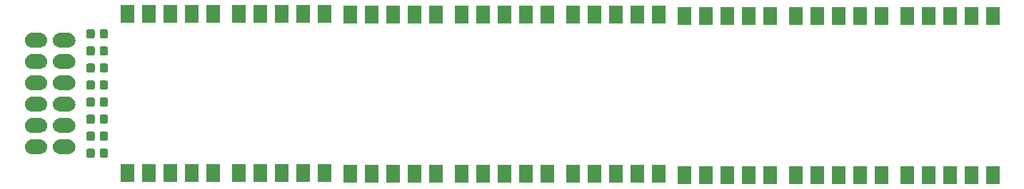
<source format=gts>
G04 #@! TF.GenerationSoftware,KiCad,Pcbnew,5.1.4+dfsg1-1*
G04 #@! TF.CreationDate,2019-11-19T11:58:45-08:00*
G04 #@! TF.ProjectId,pmod-7-segment-v3,706d6f64-2d37-42d7-9365-676d656e742d,rev?*
G04 #@! TF.SameCoordinates,PX1f7d860PY56b8320*
G04 #@! TF.FileFunction,Soldermask,Top*
G04 #@! TF.FilePolarity,Negative*
%FSLAX46Y46*%
G04 Gerber Fmt 4.6, Leading zero omitted, Abs format (unit mm)*
G04 Created by KiCad (PCBNEW 5.1.4+dfsg1-1) date 2019-11-19 11:58:45*
%MOMM*%
%LPD*%
G04 APERTURE LIST*
%ADD10C,0.100000*%
G04 APERTURE END LIST*
D10*
G36*
X116117000Y-21462999D02*
G01*
X114515000Y-21462999D01*
X114515000Y-19360999D01*
X116117000Y-19360999D01*
X116117000Y-21462999D01*
X116117000Y-21462999D01*
G37*
G36*
X95289000Y-21462999D02*
G01*
X93687000Y-21462999D01*
X93687000Y-19360999D01*
X95289000Y-19360999D01*
X95289000Y-21462999D01*
X95289000Y-21462999D01*
G37*
G36*
X108497000Y-21462999D02*
G01*
X106895000Y-21462999D01*
X106895000Y-19360999D01*
X108497000Y-19360999D01*
X108497000Y-21462999D01*
X108497000Y-21462999D01*
G37*
G36*
X105957000Y-21462999D02*
G01*
X104355000Y-21462999D01*
X104355000Y-19360999D01*
X105957000Y-19360999D01*
X105957000Y-21462999D01*
X105957000Y-21462999D01*
G37*
G36*
X111037000Y-21462999D02*
G01*
X109435000Y-21462999D01*
X109435000Y-19360999D01*
X111037000Y-19360999D01*
X111037000Y-21462999D01*
X111037000Y-21462999D01*
G37*
G36*
X102909000Y-21462999D02*
G01*
X101307000Y-21462999D01*
X101307000Y-19360999D01*
X102909000Y-19360999D01*
X102909000Y-21462999D01*
X102909000Y-21462999D01*
G37*
G36*
X100369000Y-21462999D02*
G01*
X98767000Y-21462999D01*
X98767000Y-19360999D01*
X100369000Y-19360999D01*
X100369000Y-21462999D01*
X100369000Y-21462999D01*
G37*
G36*
X113577000Y-21462999D02*
G01*
X111975000Y-21462999D01*
X111975000Y-19360999D01*
X113577000Y-19360999D01*
X113577000Y-21462999D01*
X113577000Y-21462999D01*
G37*
G36*
X97829000Y-21462999D02*
G01*
X96227000Y-21462999D01*
X96227000Y-19360999D01*
X97829000Y-19360999D01*
X97829000Y-21462999D01*
X97829000Y-21462999D01*
G37*
G36*
X89747000Y-21462999D02*
G01*
X88145000Y-21462999D01*
X88145000Y-19360999D01*
X89747000Y-19360999D01*
X89747000Y-21462999D01*
X89747000Y-21462999D01*
G37*
G36*
X87207000Y-21462999D02*
G01*
X85605000Y-21462999D01*
X85605000Y-19360999D01*
X87207000Y-19360999D01*
X87207000Y-21462999D01*
X87207000Y-21462999D01*
G37*
G36*
X82127000Y-21462999D02*
G01*
X80525000Y-21462999D01*
X80525000Y-19360999D01*
X82127000Y-19360999D01*
X82127000Y-21462999D01*
X82127000Y-21462999D01*
G37*
G36*
X79587000Y-21462999D02*
G01*
X77985000Y-21462999D01*
X77985000Y-19360999D01*
X79587000Y-19360999D01*
X79587000Y-21462999D01*
X79587000Y-21462999D01*
G37*
G36*
X84667000Y-21462999D02*
G01*
X83065000Y-21462999D01*
X83065000Y-19360999D01*
X84667000Y-19360999D01*
X84667000Y-21462999D01*
X84667000Y-21462999D01*
G37*
G36*
X92749000Y-21462999D02*
G01*
X91147000Y-21462999D01*
X91147000Y-19360999D01*
X92749000Y-19360999D01*
X92749000Y-21462999D01*
X92749000Y-21462999D01*
G37*
G36*
X71413000Y-21306999D02*
G01*
X69811000Y-21306999D01*
X69811000Y-19204999D01*
X71413000Y-19204999D01*
X71413000Y-21306999D01*
X71413000Y-21306999D01*
G37*
G36*
X39963000Y-21306999D02*
G01*
X38361000Y-21306999D01*
X38361000Y-19204999D01*
X39963000Y-19204999D01*
X39963000Y-21306999D01*
X39963000Y-21306999D01*
G37*
G36*
X45043000Y-21306999D02*
G01*
X43441000Y-21306999D01*
X43441000Y-19204999D01*
X45043000Y-19204999D01*
X45043000Y-21306999D01*
X45043000Y-21306999D01*
G37*
G36*
X47583000Y-21306999D02*
G01*
X45981000Y-21306999D01*
X45981000Y-19204999D01*
X47583000Y-19204999D01*
X47583000Y-21306999D01*
X47583000Y-21306999D01*
G37*
G36*
X42503000Y-21306999D02*
G01*
X40901000Y-21306999D01*
X40901000Y-19204999D01*
X42503000Y-19204999D01*
X42503000Y-21306999D01*
X42503000Y-21306999D01*
G37*
G36*
X76493000Y-21306999D02*
G01*
X74891000Y-21306999D01*
X74891000Y-19204999D01*
X76493000Y-19204999D01*
X76493000Y-21306999D01*
X76493000Y-21306999D01*
G37*
G36*
X73953000Y-21306999D02*
G01*
X72351000Y-21306999D01*
X72351000Y-19204999D01*
X73953000Y-19204999D01*
X73953000Y-21306999D01*
X73953000Y-21306999D01*
G37*
G36*
X68873000Y-21306999D02*
G01*
X67271000Y-21306999D01*
X67271000Y-19204999D01*
X68873000Y-19204999D01*
X68873000Y-21306999D01*
X68873000Y-21306999D01*
G37*
G36*
X66333000Y-21306999D02*
G01*
X64731000Y-21306999D01*
X64731000Y-19204999D01*
X66333000Y-19204999D01*
X66333000Y-21306999D01*
X66333000Y-21306999D01*
G37*
G36*
X63285000Y-21306999D02*
G01*
X61683000Y-21306999D01*
X61683000Y-19204999D01*
X63285000Y-19204999D01*
X63285000Y-21306999D01*
X63285000Y-21306999D01*
G37*
G36*
X60745000Y-21306999D02*
G01*
X59143000Y-21306999D01*
X59143000Y-19204999D01*
X60745000Y-19204999D01*
X60745000Y-21306999D01*
X60745000Y-21306999D01*
G37*
G36*
X55665000Y-21306999D02*
G01*
X54063000Y-21306999D01*
X54063000Y-19204999D01*
X55665000Y-19204999D01*
X55665000Y-21306999D01*
X55665000Y-21306999D01*
G37*
G36*
X53125000Y-21306999D02*
G01*
X51523000Y-21306999D01*
X51523000Y-19204999D01*
X53125000Y-19204999D01*
X53125000Y-21306999D01*
X53125000Y-21306999D01*
G37*
G36*
X58205000Y-21306999D02*
G01*
X56603000Y-21306999D01*
X56603000Y-19204999D01*
X58205000Y-19204999D01*
X58205000Y-21306999D01*
X58205000Y-21306999D01*
G37*
G36*
X50123000Y-21306999D02*
G01*
X48521000Y-21306999D01*
X48521000Y-19204999D01*
X50123000Y-19204999D01*
X50123000Y-21306999D01*
X50123000Y-21306999D01*
G37*
G36*
X16041000Y-21219000D02*
G01*
X14439000Y-21219000D01*
X14439000Y-19117000D01*
X16041000Y-19117000D01*
X16041000Y-21219000D01*
X16041000Y-21219000D01*
G37*
G36*
X18581000Y-21219000D02*
G01*
X16979000Y-21219000D01*
X16979000Y-19117000D01*
X18581000Y-19117000D01*
X18581000Y-21219000D01*
X18581000Y-21219000D01*
G37*
G36*
X36869000Y-21219000D02*
G01*
X35267000Y-21219000D01*
X35267000Y-19117000D01*
X36869000Y-19117000D01*
X36869000Y-21219000D01*
X36869000Y-21219000D01*
G37*
G36*
X34329000Y-21219000D02*
G01*
X32727000Y-21219000D01*
X32727000Y-19117000D01*
X34329000Y-19117000D01*
X34329000Y-21219000D01*
X34329000Y-21219000D01*
G37*
G36*
X29249000Y-21219000D02*
G01*
X27647000Y-21219000D01*
X27647000Y-19117000D01*
X29249000Y-19117000D01*
X29249000Y-21219000D01*
X29249000Y-21219000D01*
G37*
G36*
X31789000Y-21219000D02*
G01*
X30187000Y-21219000D01*
X30187000Y-19117000D01*
X31789000Y-19117000D01*
X31789000Y-21219000D01*
X31789000Y-21219000D01*
G37*
G36*
X23661000Y-21219000D02*
G01*
X22059000Y-21219000D01*
X22059000Y-19117000D01*
X23661000Y-19117000D01*
X23661000Y-21219000D01*
X23661000Y-21219000D01*
G37*
G36*
X21121000Y-21219000D02*
G01*
X19519000Y-21219000D01*
X19519000Y-19117000D01*
X21121000Y-19117000D01*
X21121000Y-21219000D01*
X21121000Y-21219000D01*
G37*
G36*
X13501000Y-21219000D02*
G01*
X11899000Y-21219000D01*
X11899000Y-19117000D01*
X13501000Y-19117000D01*
X13501000Y-21219000D01*
X13501000Y-21219000D01*
G37*
G36*
X26709000Y-21219000D02*
G01*
X25107000Y-21219000D01*
X25107000Y-19117000D01*
X26709000Y-19117000D01*
X26709000Y-21219000D01*
X26709000Y-21219000D01*
G37*
G36*
X10273591Y-17258085D02*
G01*
X10307569Y-17268393D01*
X10338890Y-17285134D01*
X10366339Y-17307661D01*
X10388866Y-17335110D01*
X10405607Y-17366431D01*
X10415915Y-17400409D01*
X10420000Y-17441890D01*
X10420000Y-18118110D01*
X10415915Y-18159591D01*
X10405607Y-18193569D01*
X10388866Y-18224890D01*
X10366339Y-18252339D01*
X10338890Y-18274866D01*
X10307569Y-18291607D01*
X10273591Y-18301915D01*
X10232110Y-18306000D01*
X9630890Y-18306000D01*
X9589409Y-18301915D01*
X9555431Y-18291607D01*
X9524110Y-18274866D01*
X9496661Y-18252339D01*
X9474134Y-18224890D01*
X9457393Y-18193569D01*
X9447085Y-18159591D01*
X9443000Y-18118110D01*
X9443000Y-17441890D01*
X9447085Y-17400409D01*
X9457393Y-17366431D01*
X9474134Y-17335110D01*
X9496661Y-17307661D01*
X9524110Y-17285134D01*
X9555431Y-17268393D01*
X9589409Y-17258085D01*
X9630890Y-17254000D01*
X10232110Y-17254000D01*
X10273591Y-17258085D01*
X10273591Y-17258085D01*
G37*
G36*
X8698591Y-17258085D02*
G01*
X8732569Y-17268393D01*
X8763890Y-17285134D01*
X8791339Y-17307661D01*
X8813866Y-17335110D01*
X8830607Y-17366431D01*
X8840915Y-17400409D01*
X8845000Y-17441890D01*
X8845000Y-18118110D01*
X8840915Y-18159591D01*
X8830607Y-18193569D01*
X8813866Y-18224890D01*
X8791339Y-18252339D01*
X8763890Y-18274866D01*
X8732569Y-18291607D01*
X8698591Y-18301915D01*
X8657110Y-18306000D01*
X8055890Y-18306000D01*
X8014409Y-18301915D01*
X7980431Y-18291607D01*
X7949110Y-18274866D01*
X7921661Y-18252339D01*
X7899134Y-18224890D01*
X7882393Y-18193569D01*
X7872085Y-18159591D01*
X7868000Y-18118110D01*
X7868000Y-17441890D01*
X7872085Y-17400409D01*
X7882393Y-17366431D01*
X7899134Y-17335110D01*
X7921661Y-17307661D01*
X7949110Y-17285134D01*
X7980431Y-17268393D01*
X8014409Y-17258085D01*
X8055890Y-17254000D01*
X8657110Y-17254000D01*
X8698591Y-17258085D01*
X8698591Y-17258085D01*
G37*
G36*
X5753412Y-16123220D02*
G01*
X5822627Y-16130037D01*
X5992466Y-16181557D01*
X6148991Y-16265222D01*
X6184729Y-16294552D01*
X6286186Y-16377814D01*
X6369448Y-16479271D01*
X6398778Y-16515009D01*
X6482443Y-16671534D01*
X6533963Y-16841373D01*
X6551359Y-17018000D01*
X6533963Y-17194627D01*
X6482443Y-17364466D01*
X6398778Y-17520991D01*
X6369448Y-17556729D01*
X6286186Y-17658186D01*
X6184729Y-17741448D01*
X6148991Y-17770778D01*
X5992466Y-17854443D01*
X5822627Y-17905963D01*
X5756442Y-17912482D01*
X5690260Y-17919000D01*
X4761740Y-17919000D01*
X4695558Y-17912482D01*
X4629373Y-17905963D01*
X4459534Y-17854443D01*
X4303009Y-17770778D01*
X4267271Y-17741448D01*
X4165814Y-17658186D01*
X4082552Y-17556729D01*
X4053222Y-17520991D01*
X3969557Y-17364466D01*
X3918037Y-17194627D01*
X3900641Y-17018000D01*
X3918037Y-16841373D01*
X3969557Y-16671534D01*
X4053222Y-16515009D01*
X4082552Y-16479271D01*
X4165814Y-16377814D01*
X4267271Y-16294552D01*
X4303009Y-16265222D01*
X4459534Y-16181557D01*
X4629373Y-16130037D01*
X4698588Y-16123220D01*
X4761740Y-16117000D01*
X5690260Y-16117000D01*
X5753412Y-16123220D01*
X5753412Y-16123220D01*
G37*
G36*
X2413412Y-16123220D02*
G01*
X2482627Y-16130037D01*
X2652466Y-16181557D01*
X2808991Y-16265222D01*
X2844729Y-16294552D01*
X2946186Y-16377814D01*
X3029448Y-16479271D01*
X3058778Y-16515009D01*
X3142443Y-16671534D01*
X3193963Y-16841373D01*
X3211359Y-17018000D01*
X3193963Y-17194627D01*
X3142443Y-17364466D01*
X3058778Y-17520991D01*
X3029448Y-17556729D01*
X2946186Y-17658186D01*
X2844729Y-17741448D01*
X2808991Y-17770778D01*
X2652466Y-17854443D01*
X2482627Y-17905963D01*
X2416442Y-17912482D01*
X2350260Y-17919000D01*
X1421740Y-17919000D01*
X1355558Y-17912482D01*
X1289373Y-17905963D01*
X1119534Y-17854443D01*
X963009Y-17770778D01*
X927271Y-17741448D01*
X825814Y-17658186D01*
X742552Y-17556729D01*
X713222Y-17520991D01*
X629557Y-17364466D01*
X578037Y-17194627D01*
X560641Y-17018000D01*
X578037Y-16841373D01*
X629557Y-16671534D01*
X713222Y-16515009D01*
X742552Y-16479271D01*
X825814Y-16377814D01*
X927271Y-16294552D01*
X963009Y-16265222D01*
X1119534Y-16181557D01*
X1289373Y-16130037D01*
X1358588Y-16123220D01*
X1421740Y-16117000D01*
X2350260Y-16117000D01*
X2413412Y-16123220D01*
X2413412Y-16123220D01*
G37*
G36*
X8698591Y-15226085D02*
G01*
X8732569Y-15236393D01*
X8763890Y-15253134D01*
X8791339Y-15275661D01*
X8813866Y-15303110D01*
X8830607Y-15334431D01*
X8840915Y-15368409D01*
X8845000Y-15409890D01*
X8845000Y-16086110D01*
X8840915Y-16127591D01*
X8830607Y-16161569D01*
X8813866Y-16192890D01*
X8791339Y-16220339D01*
X8763890Y-16242866D01*
X8732569Y-16259607D01*
X8698591Y-16269915D01*
X8657110Y-16274000D01*
X8055890Y-16274000D01*
X8014409Y-16269915D01*
X7980431Y-16259607D01*
X7949110Y-16242866D01*
X7921661Y-16220339D01*
X7899134Y-16192890D01*
X7882393Y-16161569D01*
X7872085Y-16127591D01*
X7868000Y-16086110D01*
X7868000Y-15409890D01*
X7872085Y-15368409D01*
X7882393Y-15334431D01*
X7899134Y-15303110D01*
X7921661Y-15275661D01*
X7949110Y-15253134D01*
X7980431Y-15236393D01*
X8014409Y-15226085D01*
X8055890Y-15222000D01*
X8657110Y-15222000D01*
X8698591Y-15226085D01*
X8698591Y-15226085D01*
G37*
G36*
X10273591Y-15226085D02*
G01*
X10307569Y-15236393D01*
X10338890Y-15253134D01*
X10366339Y-15275661D01*
X10388866Y-15303110D01*
X10405607Y-15334431D01*
X10415915Y-15368409D01*
X10420000Y-15409890D01*
X10420000Y-16086110D01*
X10415915Y-16127591D01*
X10405607Y-16161569D01*
X10388866Y-16192890D01*
X10366339Y-16220339D01*
X10338890Y-16242866D01*
X10307569Y-16259607D01*
X10273591Y-16269915D01*
X10232110Y-16274000D01*
X9630890Y-16274000D01*
X9589409Y-16269915D01*
X9555431Y-16259607D01*
X9524110Y-16242866D01*
X9496661Y-16220339D01*
X9474134Y-16192890D01*
X9457393Y-16161569D01*
X9447085Y-16127591D01*
X9443000Y-16086110D01*
X9443000Y-15409890D01*
X9447085Y-15368409D01*
X9457393Y-15334431D01*
X9474134Y-15303110D01*
X9496661Y-15275661D01*
X9524110Y-15253134D01*
X9555431Y-15236393D01*
X9589409Y-15226085D01*
X9630890Y-15222000D01*
X10232110Y-15222000D01*
X10273591Y-15226085D01*
X10273591Y-15226085D01*
G37*
G36*
X5756443Y-13583519D02*
G01*
X5822627Y-13590037D01*
X5992466Y-13641557D01*
X6148991Y-13725222D01*
X6184729Y-13754552D01*
X6286186Y-13837814D01*
X6369448Y-13939271D01*
X6398778Y-13975009D01*
X6482443Y-14131534D01*
X6533963Y-14301373D01*
X6551359Y-14478000D01*
X6533963Y-14654627D01*
X6482443Y-14824466D01*
X6398778Y-14980991D01*
X6369448Y-15016729D01*
X6286186Y-15118186D01*
X6184729Y-15201448D01*
X6148991Y-15230778D01*
X5992466Y-15314443D01*
X5822627Y-15365963D01*
X5756442Y-15372482D01*
X5690260Y-15379000D01*
X4761740Y-15379000D01*
X4695558Y-15372482D01*
X4629373Y-15365963D01*
X4459534Y-15314443D01*
X4303009Y-15230778D01*
X4267271Y-15201448D01*
X4165814Y-15118186D01*
X4082552Y-15016729D01*
X4053222Y-14980991D01*
X3969557Y-14824466D01*
X3918037Y-14654627D01*
X3900641Y-14478000D01*
X3918037Y-14301373D01*
X3969557Y-14131534D01*
X4053222Y-13975009D01*
X4082552Y-13939271D01*
X4165814Y-13837814D01*
X4267271Y-13754552D01*
X4303009Y-13725222D01*
X4459534Y-13641557D01*
X4629373Y-13590037D01*
X4695557Y-13583519D01*
X4761740Y-13577000D01*
X5690260Y-13577000D01*
X5756443Y-13583519D01*
X5756443Y-13583519D01*
G37*
G36*
X2416443Y-13583519D02*
G01*
X2482627Y-13590037D01*
X2652466Y-13641557D01*
X2808991Y-13725222D01*
X2844729Y-13754552D01*
X2946186Y-13837814D01*
X3029448Y-13939271D01*
X3058778Y-13975009D01*
X3142443Y-14131534D01*
X3193963Y-14301373D01*
X3211359Y-14478000D01*
X3193963Y-14654627D01*
X3142443Y-14824466D01*
X3058778Y-14980991D01*
X3029448Y-15016729D01*
X2946186Y-15118186D01*
X2844729Y-15201448D01*
X2808991Y-15230778D01*
X2652466Y-15314443D01*
X2482627Y-15365963D01*
X2416442Y-15372482D01*
X2350260Y-15379000D01*
X1421740Y-15379000D01*
X1355558Y-15372482D01*
X1289373Y-15365963D01*
X1119534Y-15314443D01*
X963009Y-15230778D01*
X927271Y-15201448D01*
X825814Y-15118186D01*
X742552Y-15016729D01*
X713222Y-14980991D01*
X629557Y-14824466D01*
X578037Y-14654627D01*
X560641Y-14478000D01*
X578037Y-14301373D01*
X629557Y-14131534D01*
X713222Y-13975009D01*
X742552Y-13939271D01*
X825814Y-13837814D01*
X927271Y-13754552D01*
X963009Y-13725222D01*
X1119534Y-13641557D01*
X1289373Y-13590037D01*
X1355557Y-13583519D01*
X1421740Y-13577000D01*
X2350260Y-13577000D01*
X2416443Y-13583519D01*
X2416443Y-13583519D01*
G37*
G36*
X8698591Y-13194085D02*
G01*
X8732569Y-13204393D01*
X8763890Y-13221134D01*
X8791339Y-13243661D01*
X8813866Y-13271110D01*
X8830607Y-13302431D01*
X8840915Y-13336409D01*
X8845000Y-13377890D01*
X8845000Y-14054110D01*
X8840915Y-14095591D01*
X8830607Y-14129569D01*
X8813866Y-14160890D01*
X8791339Y-14188339D01*
X8763890Y-14210866D01*
X8732569Y-14227607D01*
X8698591Y-14237915D01*
X8657110Y-14242000D01*
X8055890Y-14242000D01*
X8014409Y-14237915D01*
X7980431Y-14227607D01*
X7949110Y-14210866D01*
X7921661Y-14188339D01*
X7899134Y-14160890D01*
X7882393Y-14129569D01*
X7872085Y-14095591D01*
X7868000Y-14054110D01*
X7868000Y-13377890D01*
X7872085Y-13336409D01*
X7882393Y-13302431D01*
X7899134Y-13271110D01*
X7921661Y-13243661D01*
X7949110Y-13221134D01*
X7980431Y-13204393D01*
X8014409Y-13194085D01*
X8055890Y-13190000D01*
X8657110Y-13190000D01*
X8698591Y-13194085D01*
X8698591Y-13194085D01*
G37*
G36*
X10273591Y-13194085D02*
G01*
X10307569Y-13204393D01*
X10338890Y-13221134D01*
X10366339Y-13243661D01*
X10388866Y-13271110D01*
X10405607Y-13302431D01*
X10415915Y-13336409D01*
X10420000Y-13377890D01*
X10420000Y-14054110D01*
X10415915Y-14095591D01*
X10405607Y-14129569D01*
X10388866Y-14160890D01*
X10366339Y-14188339D01*
X10338890Y-14210866D01*
X10307569Y-14227607D01*
X10273591Y-14237915D01*
X10232110Y-14242000D01*
X9630890Y-14242000D01*
X9589409Y-14237915D01*
X9555431Y-14227607D01*
X9524110Y-14210866D01*
X9496661Y-14188339D01*
X9474134Y-14160890D01*
X9457393Y-14129569D01*
X9447085Y-14095591D01*
X9443000Y-14054110D01*
X9443000Y-13377890D01*
X9447085Y-13336409D01*
X9457393Y-13302431D01*
X9474134Y-13271110D01*
X9496661Y-13243661D01*
X9524110Y-13221134D01*
X9555431Y-13204393D01*
X9589409Y-13194085D01*
X9630890Y-13190000D01*
X10232110Y-13190000D01*
X10273591Y-13194085D01*
X10273591Y-13194085D01*
G37*
G36*
X5756442Y-11043518D02*
G01*
X5822627Y-11050037D01*
X5992466Y-11101557D01*
X6148991Y-11185222D01*
X6165979Y-11199164D01*
X6286186Y-11297814D01*
X6369448Y-11399271D01*
X6398778Y-11435009D01*
X6482443Y-11591534D01*
X6533963Y-11761373D01*
X6551359Y-11938000D01*
X6533963Y-12114627D01*
X6482443Y-12284466D01*
X6398778Y-12440991D01*
X6369448Y-12476729D01*
X6286186Y-12578186D01*
X6184729Y-12661448D01*
X6148991Y-12690778D01*
X5992466Y-12774443D01*
X5822627Y-12825963D01*
X5756443Y-12832481D01*
X5690260Y-12839000D01*
X4761740Y-12839000D01*
X4695557Y-12832481D01*
X4629373Y-12825963D01*
X4459534Y-12774443D01*
X4303009Y-12690778D01*
X4267271Y-12661448D01*
X4165814Y-12578186D01*
X4082552Y-12476729D01*
X4053222Y-12440991D01*
X3969557Y-12284466D01*
X3918037Y-12114627D01*
X3900641Y-11938000D01*
X3918037Y-11761373D01*
X3969557Y-11591534D01*
X4053222Y-11435009D01*
X4082552Y-11399271D01*
X4165814Y-11297814D01*
X4286021Y-11199164D01*
X4303009Y-11185222D01*
X4459534Y-11101557D01*
X4629373Y-11050037D01*
X4695558Y-11043518D01*
X4761740Y-11037000D01*
X5690260Y-11037000D01*
X5756442Y-11043518D01*
X5756442Y-11043518D01*
G37*
G36*
X2416442Y-11043518D02*
G01*
X2482627Y-11050037D01*
X2652466Y-11101557D01*
X2808991Y-11185222D01*
X2825979Y-11199164D01*
X2946186Y-11297814D01*
X3029448Y-11399271D01*
X3058778Y-11435009D01*
X3142443Y-11591534D01*
X3193963Y-11761373D01*
X3211359Y-11938000D01*
X3193963Y-12114627D01*
X3142443Y-12284466D01*
X3058778Y-12440991D01*
X3029448Y-12476729D01*
X2946186Y-12578186D01*
X2844729Y-12661448D01*
X2808991Y-12690778D01*
X2652466Y-12774443D01*
X2482627Y-12825963D01*
X2416443Y-12832481D01*
X2350260Y-12839000D01*
X1421740Y-12839000D01*
X1355557Y-12832481D01*
X1289373Y-12825963D01*
X1119534Y-12774443D01*
X963009Y-12690778D01*
X927271Y-12661448D01*
X825814Y-12578186D01*
X742552Y-12476729D01*
X713222Y-12440991D01*
X629557Y-12284466D01*
X578037Y-12114627D01*
X560641Y-11938000D01*
X578037Y-11761373D01*
X629557Y-11591534D01*
X713222Y-11435009D01*
X742552Y-11399271D01*
X825814Y-11297814D01*
X946021Y-11199164D01*
X963009Y-11185222D01*
X1119534Y-11101557D01*
X1289373Y-11050037D01*
X1355558Y-11043518D01*
X1421740Y-11037000D01*
X2350260Y-11037000D01*
X2416442Y-11043518D01*
X2416442Y-11043518D01*
G37*
G36*
X8698591Y-11162085D02*
G01*
X8732569Y-11172393D01*
X8763890Y-11189134D01*
X8791339Y-11211661D01*
X8813866Y-11239110D01*
X8830607Y-11270431D01*
X8840915Y-11304409D01*
X8845000Y-11345890D01*
X8845000Y-12022110D01*
X8840915Y-12063591D01*
X8830607Y-12097569D01*
X8813866Y-12128890D01*
X8791339Y-12156339D01*
X8763890Y-12178866D01*
X8732569Y-12195607D01*
X8698591Y-12205915D01*
X8657110Y-12210000D01*
X8055890Y-12210000D01*
X8014409Y-12205915D01*
X7980431Y-12195607D01*
X7949110Y-12178866D01*
X7921661Y-12156339D01*
X7899134Y-12128890D01*
X7882393Y-12097569D01*
X7872085Y-12063591D01*
X7868000Y-12022110D01*
X7868000Y-11345890D01*
X7872085Y-11304409D01*
X7882393Y-11270431D01*
X7899134Y-11239110D01*
X7921661Y-11211661D01*
X7949110Y-11189134D01*
X7980431Y-11172393D01*
X8014409Y-11162085D01*
X8055890Y-11158000D01*
X8657110Y-11158000D01*
X8698591Y-11162085D01*
X8698591Y-11162085D01*
G37*
G36*
X10273591Y-11162085D02*
G01*
X10307569Y-11172393D01*
X10338890Y-11189134D01*
X10366339Y-11211661D01*
X10388866Y-11239110D01*
X10405607Y-11270431D01*
X10415915Y-11304409D01*
X10420000Y-11345890D01*
X10420000Y-12022110D01*
X10415915Y-12063591D01*
X10405607Y-12097569D01*
X10388866Y-12128890D01*
X10366339Y-12156339D01*
X10338890Y-12178866D01*
X10307569Y-12195607D01*
X10273591Y-12205915D01*
X10232110Y-12210000D01*
X9630890Y-12210000D01*
X9589409Y-12205915D01*
X9555431Y-12195607D01*
X9524110Y-12178866D01*
X9496661Y-12156339D01*
X9474134Y-12128890D01*
X9457393Y-12097569D01*
X9447085Y-12063591D01*
X9443000Y-12022110D01*
X9443000Y-11345890D01*
X9447085Y-11304409D01*
X9457393Y-11270431D01*
X9474134Y-11239110D01*
X9496661Y-11211661D01*
X9524110Y-11189134D01*
X9555431Y-11172393D01*
X9589409Y-11162085D01*
X9630890Y-11158000D01*
X10232110Y-11158000D01*
X10273591Y-11162085D01*
X10273591Y-11162085D01*
G37*
G36*
X2416443Y-8503519D02*
G01*
X2482627Y-8510037D01*
X2652466Y-8561557D01*
X2808991Y-8645222D01*
X2844729Y-8674552D01*
X2946186Y-8757814D01*
X3029448Y-8859271D01*
X3058778Y-8895009D01*
X3142443Y-9051534D01*
X3193963Y-9221373D01*
X3211359Y-9398000D01*
X3193963Y-9574627D01*
X3142443Y-9744466D01*
X3058778Y-9900991D01*
X3031893Y-9933750D01*
X2946186Y-10038186D01*
X2862991Y-10106461D01*
X2808991Y-10150778D01*
X2652466Y-10234443D01*
X2482627Y-10285963D01*
X2416442Y-10292482D01*
X2350260Y-10299000D01*
X1421740Y-10299000D01*
X1355558Y-10292482D01*
X1289373Y-10285963D01*
X1119534Y-10234443D01*
X963009Y-10150778D01*
X909009Y-10106461D01*
X825814Y-10038186D01*
X740107Y-9933750D01*
X713222Y-9900991D01*
X629557Y-9744466D01*
X578037Y-9574627D01*
X560641Y-9398000D01*
X578037Y-9221373D01*
X629557Y-9051534D01*
X713222Y-8895009D01*
X742552Y-8859271D01*
X825814Y-8757814D01*
X927271Y-8674552D01*
X963009Y-8645222D01*
X1119534Y-8561557D01*
X1289373Y-8510037D01*
X1355557Y-8503519D01*
X1421740Y-8497000D01*
X2350260Y-8497000D01*
X2416443Y-8503519D01*
X2416443Y-8503519D01*
G37*
G36*
X5756443Y-8503519D02*
G01*
X5822627Y-8510037D01*
X5992466Y-8561557D01*
X6148991Y-8645222D01*
X6184729Y-8674552D01*
X6286186Y-8757814D01*
X6369448Y-8859271D01*
X6398778Y-8895009D01*
X6482443Y-9051534D01*
X6533963Y-9221373D01*
X6551359Y-9398000D01*
X6533963Y-9574627D01*
X6482443Y-9744466D01*
X6398778Y-9900991D01*
X6371893Y-9933750D01*
X6286186Y-10038186D01*
X6202991Y-10106461D01*
X6148991Y-10150778D01*
X5992466Y-10234443D01*
X5822627Y-10285963D01*
X5756442Y-10292482D01*
X5690260Y-10299000D01*
X4761740Y-10299000D01*
X4695558Y-10292482D01*
X4629373Y-10285963D01*
X4459534Y-10234443D01*
X4303009Y-10150778D01*
X4249009Y-10106461D01*
X4165814Y-10038186D01*
X4080107Y-9933750D01*
X4053222Y-9900991D01*
X3969557Y-9744466D01*
X3918037Y-9574627D01*
X3900641Y-9398000D01*
X3918037Y-9221373D01*
X3969557Y-9051534D01*
X4053222Y-8895009D01*
X4082552Y-8859271D01*
X4165814Y-8757814D01*
X4267271Y-8674552D01*
X4303009Y-8645222D01*
X4459534Y-8561557D01*
X4629373Y-8510037D01*
X4695557Y-8503519D01*
X4761740Y-8497000D01*
X5690260Y-8497000D01*
X5756443Y-8503519D01*
X5756443Y-8503519D01*
G37*
G36*
X8698591Y-9130085D02*
G01*
X8732569Y-9140393D01*
X8763890Y-9157134D01*
X8791339Y-9179661D01*
X8813866Y-9207110D01*
X8830607Y-9238431D01*
X8840915Y-9272409D01*
X8845000Y-9313890D01*
X8845000Y-9990110D01*
X8840915Y-10031591D01*
X8830607Y-10065569D01*
X8813866Y-10096890D01*
X8791339Y-10124339D01*
X8763890Y-10146866D01*
X8732569Y-10163607D01*
X8698591Y-10173915D01*
X8657110Y-10178000D01*
X8055890Y-10178000D01*
X8014409Y-10173915D01*
X7980431Y-10163607D01*
X7949110Y-10146866D01*
X7921661Y-10124339D01*
X7899134Y-10096890D01*
X7882393Y-10065569D01*
X7872085Y-10031591D01*
X7868000Y-9990110D01*
X7868000Y-9313890D01*
X7872085Y-9272409D01*
X7882393Y-9238431D01*
X7899134Y-9207110D01*
X7921661Y-9179661D01*
X7949110Y-9157134D01*
X7980431Y-9140393D01*
X8014409Y-9130085D01*
X8055890Y-9126000D01*
X8657110Y-9126000D01*
X8698591Y-9130085D01*
X8698591Y-9130085D01*
G37*
G36*
X10273591Y-9130085D02*
G01*
X10307569Y-9140393D01*
X10338890Y-9157134D01*
X10366339Y-9179661D01*
X10388866Y-9207110D01*
X10405607Y-9238431D01*
X10415915Y-9272409D01*
X10420000Y-9313890D01*
X10420000Y-9990110D01*
X10415915Y-10031591D01*
X10405607Y-10065569D01*
X10388866Y-10096890D01*
X10366339Y-10124339D01*
X10338890Y-10146866D01*
X10307569Y-10163607D01*
X10273591Y-10173915D01*
X10232110Y-10178000D01*
X9630890Y-10178000D01*
X9589409Y-10173915D01*
X9555431Y-10163607D01*
X9524110Y-10146866D01*
X9496661Y-10124339D01*
X9474134Y-10096890D01*
X9457393Y-10065569D01*
X9447085Y-10031591D01*
X9443000Y-9990110D01*
X9443000Y-9313890D01*
X9447085Y-9272409D01*
X9457393Y-9238431D01*
X9474134Y-9207110D01*
X9496661Y-9179661D01*
X9524110Y-9157134D01*
X9555431Y-9140393D01*
X9589409Y-9130085D01*
X9630890Y-9126000D01*
X10232110Y-9126000D01*
X10273591Y-9130085D01*
X10273591Y-9130085D01*
G37*
G36*
X10273591Y-7098085D02*
G01*
X10307569Y-7108393D01*
X10338890Y-7125134D01*
X10366339Y-7147661D01*
X10388866Y-7175110D01*
X10405607Y-7206431D01*
X10415915Y-7240409D01*
X10420000Y-7281890D01*
X10420000Y-7958110D01*
X10415915Y-7999591D01*
X10405607Y-8033569D01*
X10388866Y-8064890D01*
X10366339Y-8092339D01*
X10338890Y-8114866D01*
X10307569Y-8131607D01*
X10273591Y-8141915D01*
X10232110Y-8146000D01*
X9630890Y-8146000D01*
X9589409Y-8141915D01*
X9555431Y-8131607D01*
X9524110Y-8114866D01*
X9496661Y-8092339D01*
X9474134Y-8064890D01*
X9457393Y-8033569D01*
X9447085Y-7999591D01*
X9443000Y-7958110D01*
X9443000Y-7281890D01*
X9447085Y-7240409D01*
X9457393Y-7206431D01*
X9474134Y-7175110D01*
X9496661Y-7147661D01*
X9524110Y-7125134D01*
X9555431Y-7108393D01*
X9589409Y-7098085D01*
X9630890Y-7094000D01*
X10232110Y-7094000D01*
X10273591Y-7098085D01*
X10273591Y-7098085D01*
G37*
G36*
X8698591Y-7098085D02*
G01*
X8732569Y-7108393D01*
X8763890Y-7125134D01*
X8791339Y-7147661D01*
X8813866Y-7175110D01*
X8830607Y-7206431D01*
X8840915Y-7240409D01*
X8845000Y-7281890D01*
X8845000Y-7958110D01*
X8840915Y-7999591D01*
X8830607Y-8033569D01*
X8813866Y-8064890D01*
X8791339Y-8092339D01*
X8763890Y-8114866D01*
X8732569Y-8131607D01*
X8698591Y-8141915D01*
X8657110Y-8146000D01*
X8055890Y-8146000D01*
X8014409Y-8141915D01*
X7980431Y-8131607D01*
X7949110Y-8114866D01*
X7921661Y-8092339D01*
X7899134Y-8064890D01*
X7882393Y-8033569D01*
X7872085Y-7999591D01*
X7868000Y-7958110D01*
X7868000Y-7281890D01*
X7872085Y-7240409D01*
X7882393Y-7206431D01*
X7899134Y-7175110D01*
X7921661Y-7147661D01*
X7949110Y-7125134D01*
X7980431Y-7108393D01*
X8014409Y-7098085D01*
X8055890Y-7094000D01*
X8657110Y-7094000D01*
X8698591Y-7098085D01*
X8698591Y-7098085D01*
G37*
G36*
X5753412Y-5963220D02*
G01*
X5822627Y-5970037D01*
X5992466Y-6021557D01*
X6148991Y-6105222D01*
X6184729Y-6134552D01*
X6286186Y-6217814D01*
X6369448Y-6319271D01*
X6398778Y-6355009D01*
X6482443Y-6511534D01*
X6533963Y-6681373D01*
X6551359Y-6858000D01*
X6533963Y-7034627D01*
X6482443Y-7204466D01*
X6398778Y-7360991D01*
X6369448Y-7396729D01*
X6286186Y-7498186D01*
X6184729Y-7581448D01*
X6148991Y-7610778D01*
X5992466Y-7694443D01*
X5822627Y-7745963D01*
X5756442Y-7752482D01*
X5690260Y-7759000D01*
X4761740Y-7759000D01*
X4695558Y-7752482D01*
X4629373Y-7745963D01*
X4459534Y-7694443D01*
X4303009Y-7610778D01*
X4267271Y-7581448D01*
X4165814Y-7498186D01*
X4082552Y-7396729D01*
X4053222Y-7360991D01*
X3969557Y-7204466D01*
X3918037Y-7034627D01*
X3900641Y-6858000D01*
X3918037Y-6681373D01*
X3969557Y-6511534D01*
X4053222Y-6355009D01*
X4082552Y-6319271D01*
X4165814Y-6217814D01*
X4267271Y-6134552D01*
X4303009Y-6105222D01*
X4459534Y-6021557D01*
X4629373Y-5970037D01*
X4698588Y-5963220D01*
X4761740Y-5957000D01*
X5690260Y-5957000D01*
X5753412Y-5963220D01*
X5753412Y-5963220D01*
G37*
G36*
X2413412Y-5963220D02*
G01*
X2482627Y-5970037D01*
X2652466Y-6021557D01*
X2808991Y-6105222D01*
X2844729Y-6134552D01*
X2946186Y-6217814D01*
X3029448Y-6319271D01*
X3058778Y-6355009D01*
X3142443Y-6511534D01*
X3193963Y-6681373D01*
X3211359Y-6858000D01*
X3193963Y-7034627D01*
X3142443Y-7204466D01*
X3058778Y-7360991D01*
X3029448Y-7396729D01*
X2946186Y-7498186D01*
X2844729Y-7581448D01*
X2808991Y-7610778D01*
X2652466Y-7694443D01*
X2482627Y-7745963D01*
X2416442Y-7752482D01*
X2350260Y-7759000D01*
X1421740Y-7759000D01*
X1355558Y-7752482D01*
X1289373Y-7745963D01*
X1119534Y-7694443D01*
X963009Y-7610778D01*
X927271Y-7581448D01*
X825814Y-7498186D01*
X742552Y-7396729D01*
X713222Y-7360991D01*
X629557Y-7204466D01*
X578037Y-7034627D01*
X560641Y-6858000D01*
X578037Y-6681373D01*
X629557Y-6511534D01*
X713222Y-6355009D01*
X742552Y-6319271D01*
X825814Y-6217814D01*
X927271Y-6134552D01*
X963009Y-6105222D01*
X1119534Y-6021557D01*
X1289373Y-5970037D01*
X1358588Y-5963220D01*
X1421740Y-5957000D01*
X2350260Y-5957000D01*
X2413412Y-5963220D01*
X2413412Y-5963220D01*
G37*
G36*
X10273591Y-5066085D02*
G01*
X10307569Y-5076393D01*
X10338890Y-5093134D01*
X10366339Y-5115661D01*
X10388866Y-5143110D01*
X10405607Y-5174431D01*
X10415915Y-5208409D01*
X10420000Y-5249890D01*
X10420000Y-5926110D01*
X10415915Y-5967591D01*
X10405607Y-6001569D01*
X10388866Y-6032890D01*
X10366339Y-6060339D01*
X10338890Y-6082866D01*
X10307569Y-6099607D01*
X10273591Y-6109915D01*
X10232110Y-6114000D01*
X9630890Y-6114000D01*
X9589409Y-6109915D01*
X9555431Y-6099607D01*
X9524110Y-6082866D01*
X9496661Y-6060339D01*
X9474134Y-6032890D01*
X9457393Y-6001569D01*
X9447085Y-5967591D01*
X9443000Y-5926110D01*
X9443000Y-5249890D01*
X9447085Y-5208409D01*
X9457393Y-5174431D01*
X9474134Y-5143110D01*
X9496661Y-5115661D01*
X9524110Y-5093134D01*
X9555431Y-5076393D01*
X9589409Y-5066085D01*
X9630890Y-5062000D01*
X10232110Y-5062000D01*
X10273591Y-5066085D01*
X10273591Y-5066085D01*
G37*
G36*
X8698591Y-5066085D02*
G01*
X8732569Y-5076393D01*
X8763890Y-5093134D01*
X8791339Y-5115661D01*
X8813866Y-5143110D01*
X8830607Y-5174431D01*
X8840915Y-5208409D01*
X8845000Y-5249890D01*
X8845000Y-5926110D01*
X8840915Y-5967591D01*
X8830607Y-6001569D01*
X8813866Y-6032890D01*
X8791339Y-6060339D01*
X8763890Y-6082866D01*
X8732569Y-6099607D01*
X8698591Y-6109915D01*
X8657110Y-6114000D01*
X8055890Y-6114000D01*
X8014409Y-6109915D01*
X7980431Y-6099607D01*
X7949110Y-6082866D01*
X7921661Y-6060339D01*
X7899134Y-6032890D01*
X7882393Y-6001569D01*
X7872085Y-5967591D01*
X7868000Y-5926110D01*
X7868000Y-5249890D01*
X7872085Y-5208409D01*
X7882393Y-5174431D01*
X7899134Y-5143110D01*
X7921661Y-5115661D01*
X7949110Y-5093134D01*
X7980431Y-5076393D01*
X8014409Y-5066085D01*
X8055890Y-5062000D01*
X8657110Y-5062000D01*
X8698591Y-5066085D01*
X8698591Y-5066085D01*
G37*
G36*
X2416442Y-3423518D02*
G01*
X2482627Y-3430037D01*
X2652466Y-3481557D01*
X2808991Y-3565222D01*
X2844729Y-3594552D01*
X2946186Y-3677814D01*
X3029448Y-3779271D01*
X3058778Y-3815009D01*
X3142443Y-3971534D01*
X3193963Y-4141373D01*
X3211359Y-4318000D01*
X3193963Y-4494627D01*
X3142443Y-4664466D01*
X3058778Y-4820991D01*
X3029448Y-4856729D01*
X2946186Y-4958186D01*
X2844729Y-5041448D01*
X2808991Y-5070778D01*
X2652466Y-5154443D01*
X2482627Y-5205963D01*
X2416442Y-5212482D01*
X2350260Y-5219000D01*
X1421740Y-5219000D01*
X1355558Y-5212482D01*
X1289373Y-5205963D01*
X1119534Y-5154443D01*
X963009Y-5070778D01*
X927271Y-5041448D01*
X825814Y-4958186D01*
X742552Y-4856729D01*
X713222Y-4820991D01*
X629557Y-4664466D01*
X578037Y-4494627D01*
X560641Y-4318000D01*
X578037Y-4141373D01*
X629557Y-3971534D01*
X713222Y-3815009D01*
X742552Y-3779271D01*
X825814Y-3677814D01*
X927271Y-3594552D01*
X963009Y-3565222D01*
X1119534Y-3481557D01*
X1289373Y-3430037D01*
X1355558Y-3423518D01*
X1421740Y-3417000D01*
X2350260Y-3417000D01*
X2416442Y-3423518D01*
X2416442Y-3423518D01*
G37*
G36*
X5756442Y-3423518D02*
G01*
X5822627Y-3430037D01*
X5992466Y-3481557D01*
X6148991Y-3565222D01*
X6184729Y-3594552D01*
X6286186Y-3677814D01*
X6369448Y-3779271D01*
X6398778Y-3815009D01*
X6482443Y-3971534D01*
X6533963Y-4141373D01*
X6551359Y-4318000D01*
X6533963Y-4494627D01*
X6482443Y-4664466D01*
X6398778Y-4820991D01*
X6369448Y-4856729D01*
X6286186Y-4958186D01*
X6184729Y-5041448D01*
X6148991Y-5070778D01*
X5992466Y-5154443D01*
X5822627Y-5205963D01*
X5756442Y-5212482D01*
X5690260Y-5219000D01*
X4761740Y-5219000D01*
X4695558Y-5212482D01*
X4629373Y-5205963D01*
X4459534Y-5154443D01*
X4303009Y-5070778D01*
X4267271Y-5041448D01*
X4165814Y-4958186D01*
X4082552Y-4856729D01*
X4053222Y-4820991D01*
X3969557Y-4664466D01*
X3918037Y-4494627D01*
X3900641Y-4318000D01*
X3918037Y-4141373D01*
X3969557Y-3971534D01*
X4053222Y-3815009D01*
X4082552Y-3779271D01*
X4165814Y-3677814D01*
X4267271Y-3594552D01*
X4303009Y-3565222D01*
X4459534Y-3481557D01*
X4629373Y-3430037D01*
X4695558Y-3423518D01*
X4761740Y-3417000D01*
X5690260Y-3417000D01*
X5756442Y-3423518D01*
X5756442Y-3423518D01*
G37*
G36*
X10273591Y-3034085D02*
G01*
X10307569Y-3044393D01*
X10338890Y-3061134D01*
X10366339Y-3083661D01*
X10388866Y-3111110D01*
X10405607Y-3142431D01*
X10415915Y-3176409D01*
X10420000Y-3217890D01*
X10420000Y-3894110D01*
X10415915Y-3935591D01*
X10405607Y-3969569D01*
X10388866Y-4000890D01*
X10366339Y-4028339D01*
X10338890Y-4050866D01*
X10307569Y-4067607D01*
X10273591Y-4077915D01*
X10232110Y-4082000D01*
X9630890Y-4082000D01*
X9589409Y-4077915D01*
X9555431Y-4067607D01*
X9524110Y-4050866D01*
X9496661Y-4028339D01*
X9474134Y-4000890D01*
X9457393Y-3969569D01*
X9447085Y-3935591D01*
X9443000Y-3894110D01*
X9443000Y-3217890D01*
X9447085Y-3176409D01*
X9457393Y-3142431D01*
X9474134Y-3111110D01*
X9496661Y-3083661D01*
X9524110Y-3061134D01*
X9555431Y-3044393D01*
X9589409Y-3034085D01*
X9630890Y-3030000D01*
X10232110Y-3030000D01*
X10273591Y-3034085D01*
X10273591Y-3034085D01*
G37*
G36*
X8698591Y-3034085D02*
G01*
X8732569Y-3044393D01*
X8763890Y-3061134D01*
X8791339Y-3083661D01*
X8813866Y-3111110D01*
X8830607Y-3142431D01*
X8840915Y-3176409D01*
X8845000Y-3217890D01*
X8845000Y-3894110D01*
X8840915Y-3935591D01*
X8830607Y-3969569D01*
X8813866Y-4000890D01*
X8791339Y-4028339D01*
X8763890Y-4050866D01*
X8732569Y-4067607D01*
X8698591Y-4077915D01*
X8657110Y-4082000D01*
X8055890Y-4082000D01*
X8014409Y-4077915D01*
X7980431Y-4067607D01*
X7949110Y-4050866D01*
X7921661Y-4028339D01*
X7899134Y-4000890D01*
X7882393Y-3969569D01*
X7872085Y-3935591D01*
X7868000Y-3894110D01*
X7868000Y-3217890D01*
X7872085Y-3176409D01*
X7882393Y-3142431D01*
X7899134Y-3111110D01*
X7921661Y-3083661D01*
X7949110Y-3061134D01*
X7980431Y-3044393D01*
X8014409Y-3034085D01*
X8055890Y-3030000D01*
X8657110Y-3030000D01*
X8698591Y-3034085D01*
X8698591Y-3034085D01*
G37*
G36*
X116117000Y-2462999D02*
G01*
X114515000Y-2462999D01*
X114515000Y-360999D01*
X116117000Y-360999D01*
X116117000Y-2462999D01*
X116117000Y-2462999D01*
G37*
G36*
X113577000Y-2462999D02*
G01*
X111975000Y-2462999D01*
X111975000Y-360999D01*
X113577000Y-360999D01*
X113577000Y-2462999D01*
X113577000Y-2462999D01*
G37*
G36*
X111037000Y-2462999D02*
G01*
X109435000Y-2462999D01*
X109435000Y-360999D01*
X111037000Y-360999D01*
X111037000Y-2462999D01*
X111037000Y-2462999D01*
G37*
G36*
X105957000Y-2462999D02*
G01*
X104355000Y-2462999D01*
X104355000Y-360999D01*
X105957000Y-360999D01*
X105957000Y-2462999D01*
X105957000Y-2462999D01*
G37*
G36*
X102909000Y-2462999D02*
G01*
X101307000Y-2462999D01*
X101307000Y-360999D01*
X102909000Y-360999D01*
X102909000Y-2462999D01*
X102909000Y-2462999D01*
G37*
G36*
X100369000Y-2462999D02*
G01*
X98767000Y-2462999D01*
X98767000Y-360999D01*
X100369000Y-360999D01*
X100369000Y-2462999D01*
X100369000Y-2462999D01*
G37*
G36*
X97829000Y-2462999D02*
G01*
X96227000Y-2462999D01*
X96227000Y-360999D01*
X97829000Y-360999D01*
X97829000Y-2462999D01*
X97829000Y-2462999D01*
G37*
G36*
X92749000Y-2462999D02*
G01*
X91147000Y-2462999D01*
X91147000Y-360999D01*
X92749000Y-360999D01*
X92749000Y-2462999D01*
X92749000Y-2462999D01*
G37*
G36*
X84667000Y-2462999D02*
G01*
X83065000Y-2462999D01*
X83065000Y-360999D01*
X84667000Y-360999D01*
X84667000Y-2462999D01*
X84667000Y-2462999D01*
G37*
G36*
X89747000Y-2462999D02*
G01*
X88145000Y-2462999D01*
X88145000Y-360999D01*
X89747000Y-360999D01*
X89747000Y-2462999D01*
X89747000Y-2462999D01*
G37*
G36*
X87207000Y-2462999D02*
G01*
X85605000Y-2462999D01*
X85605000Y-360999D01*
X87207000Y-360999D01*
X87207000Y-2462999D01*
X87207000Y-2462999D01*
G37*
G36*
X82127000Y-2462999D02*
G01*
X80525000Y-2462999D01*
X80525000Y-360999D01*
X82127000Y-360999D01*
X82127000Y-2462999D01*
X82127000Y-2462999D01*
G37*
G36*
X108497000Y-2462999D02*
G01*
X106895000Y-2462999D01*
X106895000Y-360999D01*
X108497000Y-360999D01*
X108497000Y-2462999D01*
X108497000Y-2462999D01*
G37*
G36*
X79587000Y-2462999D02*
G01*
X77985000Y-2462999D01*
X77985000Y-360999D01*
X79587000Y-360999D01*
X79587000Y-2462999D01*
X79587000Y-2462999D01*
G37*
G36*
X95289000Y-2462999D02*
G01*
X93687000Y-2462999D01*
X93687000Y-360999D01*
X95289000Y-360999D01*
X95289000Y-2462999D01*
X95289000Y-2462999D01*
G37*
G36*
X45043000Y-2306999D02*
G01*
X43441000Y-2306999D01*
X43441000Y-204999D01*
X45043000Y-204999D01*
X45043000Y-2306999D01*
X45043000Y-2306999D01*
G37*
G36*
X55665000Y-2306999D02*
G01*
X54063000Y-2306999D01*
X54063000Y-204999D01*
X55665000Y-204999D01*
X55665000Y-2306999D01*
X55665000Y-2306999D01*
G37*
G36*
X53125000Y-2306999D02*
G01*
X51523000Y-2306999D01*
X51523000Y-204999D01*
X53125000Y-204999D01*
X53125000Y-2306999D01*
X53125000Y-2306999D01*
G37*
G36*
X66333000Y-2306999D02*
G01*
X64731000Y-2306999D01*
X64731000Y-204999D01*
X66333000Y-204999D01*
X66333000Y-2306999D01*
X66333000Y-2306999D01*
G37*
G36*
X76493000Y-2306999D02*
G01*
X74891000Y-2306999D01*
X74891000Y-204999D01*
X76493000Y-204999D01*
X76493000Y-2306999D01*
X76493000Y-2306999D01*
G37*
G36*
X73953000Y-2306999D02*
G01*
X72351000Y-2306999D01*
X72351000Y-204999D01*
X73953000Y-204999D01*
X73953000Y-2306999D01*
X73953000Y-2306999D01*
G37*
G36*
X71413000Y-2306999D02*
G01*
X69811000Y-2306999D01*
X69811000Y-204999D01*
X71413000Y-204999D01*
X71413000Y-2306999D01*
X71413000Y-2306999D01*
G37*
G36*
X47583000Y-2306999D02*
G01*
X45981000Y-2306999D01*
X45981000Y-204999D01*
X47583000Y-204999D01*
X47583000Y-2306999D01*
X47583000Y-2306999D01*
G37*
G36*
X42503000Y-2306999D02*
G01*
X40901000Y-2306999D01*
X40901000Y-204999D01*
X42503000Y-204999D01*
X42503000Y-2306999D01*
X42503000Y-2306999D01*
G37*
G36*
X39963000Y-2306999D02*
G01*
X38361000Y-2306999D01*
X38361000Y-204999D01*
X39963000Y-204999D01*
X39963000Y-2306999D01*
X39963000Y-2306999D01*
G37*
G36*
X68873000Y-2306999D02*
G01*
X67271000Y-2306999D01*
X67271000Y-204999D01*
X68873000Y-204999D01*
X68873000Y-2306999D01*
X68873000Y-2306999D01*
G37*
G36*
X63285000Y-2306999D02*
G01*
X61683000Y-2306999D01*
X61683000Y-204999D01*
X63285000Y-204999D01*
X63285000Y-2306999D01*
X63285000Y-2306999D01*
G37*
G36*
X60745000Y-2306999D02*
G01*
X59143000Y-2306999D01*
X59143000Y-204999D01*
X60745000Y-204999D01*
X60745000Y-2306999D01*
X60745000Y-2306999D01*
G37*
G36*
X58205000Y-2306999D02*
G01*
X56603000Y-2306999D01*
X56603000Y-204999D01*
X58205000Y-204999D01*
X58205000Y-2306999D01*
X58205000Y-2306999D01*
G37*
G36*
X50123000Y-2306999D02*
G01*
X48521000Y-2306999D01*
X48521000Y-204999D01*
X50123000Y-204999D01*
X50123000Y-2306999D01*
X50123000Y-2306999D01*
G37*
G36*
X36869000Y-2219000D02*
G01*
X35267000Y-2219000D01*
X35267000Y-117000D01*
X36869000Y-117000D01*
X36869000Y-2219000D01*
X36869000Y-2219000D01*
G37*
G36*
X34329000Y-2219000D02*
G01*
X32727000Y-2219000D01*
X32727000Y-117000D01*
X34329000Y-117000D01*
X34329000Y-2219000D01*
X34329000Y-2219000D01*
G37*
G36*
X29249000Y-2219000D02*
G01*
X27647000Y-2219000D01*
X27647000Y-117000D01*
X29249000Y-117000D01*
X29249000Y-2219000D01*
X29249000Y-2219000D01*
G37*
G36*
X31789000Y-2219000D02*
G01*
X30187000Y-2219000D01*
X30187000Y-117000D01*
X31789000Y-117000D01*
X31789000Y-2219000D01*
X31789000Y-2219000D01*
G37*
G36*
X18581000Y-2219000D02*
G01*
X16979000Y-2219000D01*
X16979000Y-117000D01*
X18581000Y-117000D01*
X18581000Y-2219000D01*
X18581000Y-2219000D01*
G37*
G36*
X23661000Y-2219000D02*
G01*
X22059000Y-2219000D01*
X22059000Y-117000D01*
X23661000Y-117000D01*
X23661000Y-2219000D01*
X23661000Y-2219000D01*
G37*
G36*
X21121000Y-2219000D02*
G01*
X19519000Y-2219000D01*
X19519000Y-117000D01*
X21121000Y-117000D01*
X21121000Y-2219000D01*
X21121000Y-2219000D01*
G37*
G36*
X26709000Y-2219000D02*
G01*
X25107000Y-2219000D01*
X25107000Y-117000D01*
X26709000Y-117000D01*
X26709000Y-2219000D01*
X26709000Y-2219000D01*
G37*
G36*
X16041000Y-2219000D02*
G01*
X14439000Y-2219000D01*
X14439000Y-117000D01*
X16041000Y-117000D01*
X16041000Y-2219000D01*
X16041000Y-2219000D01*
G37*
G36*
X13501000Y-2219000D02*
G01*
X11899000Y-2219000D01*
X11899000Y-117000D01*
X13501000Y-117000D01*
X13501000Y-2219000D01*
X13501000Y-2219000D01*
G37*
M02*

</source>
